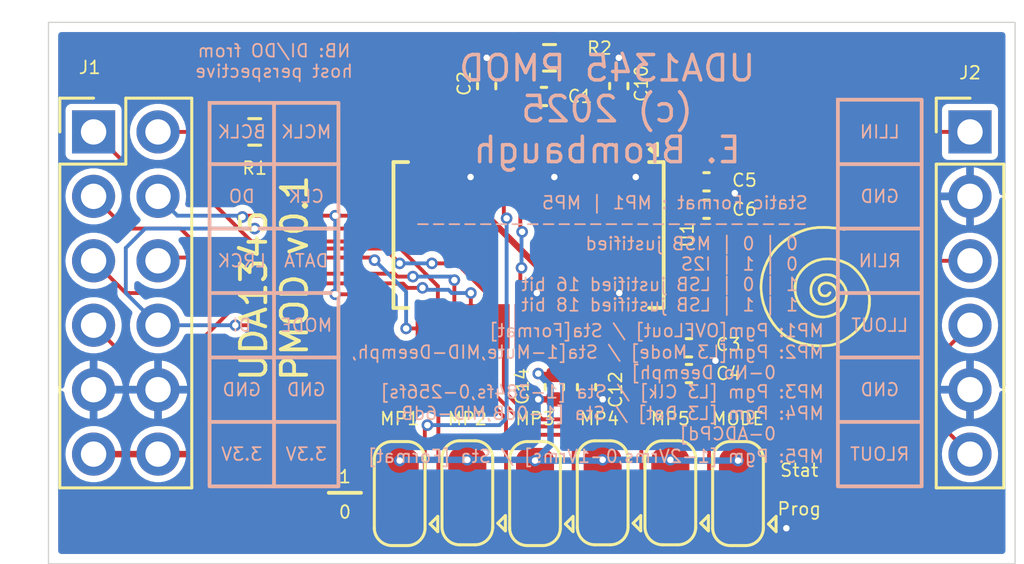
<source format=kicad_pcb>
(kicad_pcb (version 20240108) (generator "pcbnew") (generator_version "8.0")
  (layers (0 "F.Cu" signal) (31 "B.Cu" signal) (34 "B.Paste" user) (35 "F.Paste" user) (36 "B.SilkS" user "B.Silkscreen") (37 "F.SilkS" user "F.Silkscreen") (38 "B.Mask" user) (39 "F.Mask" user) (44 "Edge.Cuts" user))
  (net 0 "")
  (net 1 "GND")
  (net 2 "Net-(U1-VADCP)")
  (net 3 "+3V3")
  (net 4 "/I2S_BCLK")
  (net 5 "/I2S_MCLK")
  (net 6 "/I2S_DO")
  (net 7 "Net-(U1-Vref(D))")
  (net 8 "/I2S_LRCK")
  (net 9 "Net-(U1-Vref(A))")
  (net 10 "/I2S_DI")
  (net 11 "/MP3")
  (net 12 "/MP2")
  (net 13 "/MP4")
  (net 14 "/RLOUT")
  (net 15 "/RLIN")
  (net 16 "/LLIN")
  (net 17 "/LLOUT")
  (net 18 "/MODE")
  (net 19 "/MP1")
  (net 20 "/MP5")
  (net 21 "Net-(U1-SYSCLK)")
  (footprint "Jumper:SolderJumper-3_P1.3mm_Open_RoundedPad1.0x1.5mm" (layer "F.Cu") (at 128.778 120.172 90)
    (property "Reference" "JP1" (hide yes))
    (property "Value" "MODE")
  )
  (footprint "Capacitor_SMD:C_0402_1005Metric" (layer "F.Cu") (at 124.079 104.112 90)
    (property "Reference" "C10")
    (property "Value" "4.7uf")
  )
  (footprint "Capacitor_SMD:C_0402_1005Metric" (layer "F.Cu") (at 126.845 114.427)
    (property "Reference" "C3")
    (property "Value" "0.1uf")
  )
  (footprint "Capacitor_SMD:C_0402_1005Metric" (layer "F.Cu") (at 127.536 108.966)
    (property "Reference" "C6")
    (property "Value" "0.1uf")
  )
  (footprint "Capacitor_SMD:C_0402_1005Metric" (layer "F.Cu") (at 121.13 104.521 180)
    (property "Reference" "C1")
    (property "Value" "0.1uf")
  )
  (footprint "Jumper:SolderJumper-3_P1.3mm_Open_RoundedPad1.0x1.5mm" (layer "F.Cu") (at 120.777 120.172 90)
    (property "Reference" "JP4" (hide yes))
    (property "Value" "MP3")
  )
  (footprint "Capacitor_SMD:C_0402_1005Metric" (layer "F.Cu") (at 122.809 115.979 -90)
    (property "Reference" "C12")
    (property "Value" "4.7uf")
  )
  (footprint "Connector_PinHeader_2.54mm:PinHeader_1x06_P2.54mm_Vertical" (layer "F.Cu") (at 137.922 105.918)
    (property "Reference" "J2")
    (property "Value" "Audio")
  )
  (footprint "Capacitor_SMD:C_0402_1005Metric" (layer "F.Cu") (at 121.539 115.979 -90)
    (property "Reference" "C14")
    (property "Value" "4.7uf")
  )
  (footprint "Capacitor_SMD:C_0402_1005Metric" (layer "F.Cu") (at 126.845 115.443)
    (property "Reference" "C4")
    (property "Value" "4.7uf")
  )
  (footprint "Capacitor_SMD:C_0402_1005Metric" (layer "F.Cu") (at 127.536 107.885)
    (property "Reference" "C5")
    (property "Value" "4.7uf")
  )
  (footprint "Resistor_SMD:R_0603_1608Metric" (layer "F.Cu") (at 109.728 105.918 180)
    (property "Reference" "R1")
    (property "Value" "47")
  )
  (footprint "Connector_PinHeader_2.54mm:PinHeader_2x06_P2.54mm_Vertical" (layer "F.Cu") (at 103.378 105.918)
    (property "Reference" "J1")
    (property "Value" "CONN_02X06")
  )
  (footprint "EMEB:avatar_small" (layer "F.Cu") (at 132.792172 112.965757)
    (property "Reference" "Ref**" (hide yes))
    (property "Value" "Val**" (hide yes))
  )
  (footprint "Capacitor_SMD:C_0402_1005Metric" (layer "F.Cu") (at 118.872 104.112 90)
    (property "Reference" "C2")
    (property "Value" "4.7uf")
  )
  (footprint "Jumper:SolderJumper-3_P1.3mm_Open_RoundedPad1.0x1.5mm" (layer "F.Cu") (at 123.444 120.142 90)
    (property "Reference" "JP5" (hide yes))
    (property "Value" "MP4")
  )
  (footprint "Jumper:SolderJumper-3_P1.3mm_Open_RoundedPad1.0x1.5mm" (layer "F.Cu") (at 118.11 120.142 90)
    (property "Reference" "JP3" (hide yes))
    (property "Value" "MP2")
  )
  (footprint "Jumper:SolderJumper-3_P1.3mm_Open_RoundedPad1.0x1.5mm" (layer "F.Cu") (at 126.111 120.142 90)
    (property "Reference" "JP6" (hide yes))
    (property "Value" "MP5")
  )
  (footprint "Resistor_SMD:R_0603_1608Metric" (layer "F.Cu") (at 121.349 102.997 180)
    (property "Reference" "R2")
    (property "Value" "10")
  )
  (footprint "Jumper:SolderJumper-3_P1.3mm_Open_RoundedPad1.0x1.5mm" (layer "F.Cu") (at 115.443 120.172 90)
    (property "Reference" "JP2" (hide yes))
    (property "Value" "MP1")
  )
  (footprint "Package_SO:SSOP-28_5.3x10.2mm_P0.65mm" (layer "F.Cu") (at 120.523 109.982 -90)
    (property "Reference" "U1")
    (property "Value" "UDA1345")
  )
  (gr_line (start 113.03 117.348) (end 107.95 117.348) (stroke (width 0.15)) (layer "B.SilkS"))
  (gr_rect (start 107.95 104.775) (end 113.03 119.888) (stroke (width 0.15)) (fill none) (layer "B.SilkS"))
  (gr_line (start 110.49 104.775) (end 110.49 119.888) (stroke (width 0.15)) (layer "B.SilkS"))
  (gr_line (start 136.017 112.268) (end 132.715 112.268) (stroke (width 0.15)) (layer "B.SilkS"))
  (gr_line (start 113.03 112.268) (end 107.95 112.268) (stroke (width 0.15)) (layer "B.SilkS"))
  (gr_line (start 136.017 117.348) (end 132.715 117.348) (stroke (width 0.15)) (layer "B.SilkS"))
  (gr_line (start 113.03 109.728) (end 107.95 109.728) (stroke (width 0.15)) (layer "B.SilkS"))
  (gr_line (start 113.03 107.188) (end 107.95 107.188) (stroke (width 0.15)) (layer "B.SilkS"))
  (gr_line (start 135.9662 109.728) (end 132.715 109.728) (stroke (width 0.15)) (layer "B.SilkS"))
  (gr_rect (start 132.715 104.648) (end 136.017 119.888) (stroke (width 0.15)) (fill none) (layer "B.SilkS"))
  (gr_line (start 113.03 114.808) (end 107.95 114.808) (stroke (width 0.15)) (layer "B.SilkS"))
  (gr_line (start 136.017 107.188) (end 132.715 107.188) (stroke (width 0.15)) (layer "B.SilkS"))
  (gr_line (start 136.017 114.808) (end 132.715 114.808) (stroke (width 0.15)) (layer "B.SilkS"))
  (gr_line (start 112.649 120.142) (end 113.919 120.142) (stroke (width 0.15)) (layer "F.SilkS"))
  (gr_rect (start 101.6 101.6) (end 139.7 122.936) (stroke (width 0.05)) (fill none) (layer "Edge.Cuts"))
  (gr_text "GND" (at 134.366 108.458 0) (layer "B.SilkS") (effects (font (size 0.5 0.5) (thickness 0.07)) (justify mirror)))
  (gr_text "RLOUT" (at 134.366 118.618 0) (layer "B.SilkS") (effects (font (size 0.5 0.5) (thickness 0.07)) (justify mirror)))
  (gr_text "GND" (at 111.76 116.078 0) (layer "B.SilkS") (effects (font (size 0.5 0.5) (thickness 0.07)) (justify mirror)))
  (gr_text "MP1: Pgm[OVFLout] / Sta[Format]" (at 132.207 114.046 0) (layer "B.SilkS") (effects (font (size 0.5 0.5) (thickness 0.07)) (justify left bottom mirror)))
  (gr_text "Static Format : MP1 | MP5\n-------------------------\n 0 | 0 | MSB justified\n 0 | 1 | I2S\n 1 | 0 | LSB justified 16 bit\n 1 | 1 | LSB justified 18 bit\n" (at 131.572 113.03 0) (layer "B.SilkS") (effects (font (size 0.5 0.5) (thickness 0.07)) (justify left bottom mirror)))
  (gr_text "MP5: Pgm [1-2Vrms,0-1Vrms] / Sta [Format]" (at 132.207 118.999 0) (layer "B.SilkS") (effects (font (size 0.5 0.5) (thickness 0.07)) (justify left bottom mirror)))
  (gr_text "MODE" (at 111.76 113.538 0) (layer "B.SilkS") (effects (font (size 0.5 0.5) (thickness 0.07)) (justify mirror)))
  (gr_text "BCLK" (at 109.22 105.918 0) (layer "B.SilkS") (effects (font (size 0.5 0.5) (thickness 0.07)) (justify mirror)))
  (gr_text "3.3V" (at 109.22 118.618 0) (layer "B.SilkS") (effects (font (size 0.5 0.5) (thickness 0.07)) (justify mirror)))
  (gr_text "DATA" (at 111.76 110.998 0) (layer "B.SilkS") (effects (font (size 0.5 0.5) (thickness 0.07)) (justify mirror)))
  (gr_text "GND" (at 134.366 116.078 0) (layer "B.SilkS") (effects (font (size 0.5 0.5) (thickness 0.07)) (justify mirror)))
  (gr_text "RLIN" (at 134.366 110.998 0) (layer "B.SilkS") (effects (font (size 0.5 0.5) (thickness 0.07)) (justify mirror)))
  (gr_text "MCLK" (at 111.76 105.918 0) (layer "B.SilkS") (effects (font (size 0.5 0.5) (thickness 0.07)) (justify mirror)))
  (gr_text "UDA1345 PMOD\n(c) 2025\nE. Brombaugh" (at 123.619 105.022 0) (layer "B.SilkS") (effects (font (size 0.999998 0.999998) (thickness 0.1397)) (justify mirror)))
  (gr_text "LLOUT" (at 134.366 113.538 0) (layer "B.SilkS") (effects (font (size 0.5 0.5) (thickness 0.07)) (justify mirror)))
  (gr_text "MP2: Pgm[L3 Mode] / Sta[1-Mute,MID-Deemph,\n	0-No Deemph]" (at 132.207 115.697 0) (layer "B.SilkS") (effects (font (size 0.5 0.5) (thickness 0.07)) (justify left bottom mirror)))
  (gr_text "DO" (at 109.22 108.458 0) (layer "B.SilkS") (effects (font (size 0.5 0.5) (thickness 0.07)) (justify mirror)))
  (gr_text "3.3V" (at 111.76 118.618 0) (layer "B.SilkS") (effects (font (size 0.5 0.5) (thickness 0.07)) (justify mirror)))
  (gr_text "NB: DI/DO from\nhost perspective" (at 110.49 103.124 0) (layer "B.SilkS") (effects (font (size 0.5 0.5) (thickness 0.07)) (justify mirror)))
  (gr_text "DI" (at 109.22 113.538 0) (layer "B.SilkS") (effects (font (size 0.5 0.5) (thickness 0.07)) (justify mirror)))
  (gr_text "GND" (at 109.22 116.078 0) (layer "B.SilkS") (effects (font (size 0.5 0.5) (thickness 0.07)) (justify mirror)))
  (gr_text "CLK" (at 111.76 108.458 0) (layer "B.SilkS") (effects (font (size 0.5 0.5) (thickness 0.07)) (justify mirror)))
  (gr_text "MP4: Pgm [L3 Dat] / Sta [1-0dB,MID-6dB,\n	0-ADCPd]" (at 132.207 118.11 0) (layer "B.SilkS") (effects (font (size 0.5 0.5) (thickness 0.07)) (justify left bottom mirror)))
  (gr_text "LRCK" (at 109.22 110.998 0) (layer "B.SilkS") (effects (font (size 0.5 0.5) (thickness 0.07)) (justify mirror)))
  (gr_text "MP3: Pgm [L3 Clk] / Sta [1-384fs,0-256fs]" (at 132.207 116.459 0) (layer "B.SilkS") (effects (font (size 0.5 0.5) (thickness 0.07)) (justify left bottom mirror)))
  (gr_text "LLIN" (at 134.366 105.918 0) (layer "B.SilkS") (effects (font (size 0.5 0.5) (thickness 0.07)) (justify mirror)))
  (gr_text "Prog\n" (at 131.191 120.777 0) (layer "F.SilkS") (effects (font (size 0.5 0.5) (thickness 0.07))))
  (gr_text "1" (at 113.284 119.507 0) (layer "F.SilkS") (effects (font (size 0.5 0.5) (thickness 0.07))))
  (gr_text "0" (at 113.284 120.904 0) (layer "F.SilkS") (effects (font (size 0.5 0.5) (thickness 0.07))))
  (gr_text "Stat" (at 131.191 119.253 0) (layer "F.SilkS") (effects (font (size 0.5 0.5) (thickness 0.07))))
  (gr_text "UDA1345\nPMOD v0.1" (at 111.887 115.824 90) (layer "F.SilkS") (effects (font (size 1 1)) (justify left bottom)))
  (segment (start 120.777 121.472) (end 123.414 121.472) (width 0.254) (layer "F.Cu") (net 1))
  (segment (start 120.747 121.442) (end 120.777 121.472) (width 0.254) (layer "F.Cu") (net 1))
  (segment (start 126.111 121.442) (end 128.748 121.442) (width 0.254) (layer "F.Cu") (net 1))
  (segment (start 121.498 107.655) (end 121.498 106.382) (width 0.254) (layer "F.Cu") (net 1))
  (segment (start 128.016 108.966) (end 128.651 108.331) (width 0.254) (layer "F.Cu") (net 1))
  (segment (start 123.444 121.442) (end 126.111 121.442) (width 0.254) (layer "F.Cu") (net 1))
  (segment (start 127.381 115.443) (end 127.889 114.935) (width 0.254) (layer "F.Cu") (net 1))
  (segment (start 124.714 106.426) (end 124.748 106.46) (width 0.254) (layer "F.Cu") (net 1))
  (segment (start 118.237 107.696) (end 118.248 107.685) (width 0.254) (layer "F.Cu") (net 1))
  (segment (start 118.248 107.685) (end 118.248 106.382) (width 0.254) (layer "F.Cu") (net 1))
  (segment (start 123.414 121.472) (end 123.444 121.442) (width 0.254) (layer "F.Cu") (net 1))
  (segment (start 124.098 112.268) (end 124.098 113.582) (width 0.254) (layer "F.Cu") (net 1))
  (segment (start 127.325 114.427) (end 127.381 114.427) (width 0.254) (layer "F.Cu") (net 1))
  (segment (start 122.809 116.459) (end 123.444 116.459) (width 0.254) (layer "F.Cu") (net 1))
  (segment (start 115.443 121.472) (end 118.08 121.472) (width 0.254) (layer "F.Cu") (net 1))
  (segment (start 121.539 107.696) (end 121.498 107.655) (width 0.254) (layer "F.Cu") (net 1))
  (segment (start 124.079 103.632) (end 124.079 102.997) (width 0.254) (layer "F.Cu") (net 1))
  (segment (start 121.498 106.382) (end 121.498 104.633) (width 0.254) (layer "F.Cu") (net 1))
  (segment (start 127.325 115.443) (end 127.381 115.443) (width 0.254) (layer "F.Cu") (net 1))
  (segment (start 118.08 121.472) (end 118.11 121.442) (width 0.254) (layer "F.Cu") (net 1))
  (segment (start 118.872 103.632) (end 118.872 102.997) (width 0.254) (layer "F.Cu") (net 1))
  (segment (start 118.11 121.442) (end 120.747 121.442) (width 0.254) (layer "F.Cu") (net 1))
  (segment (start 128.016 107.885) (end 128.205 107.885) (width 0.254) (layer "F.Cu") (net 1))
  (segment (start 128.778 121.472) (end 130.616 121.472) (width 0.254) (layer "F.Cu") (net 1))
  (segment (start 128.205 107.885) (end 128.651 108.331) (width 0.254) (layer "F.Cu") (net 1))
  (segment (start 124.748 106.46) (end 124.748 107.696) (width 0.254) (layer "F.Cu") (net 1))
  (segment (start 121.498 104.633) (end 121.61 104.521) (width 0.254) (layer "F.Cu") (net 1))
  (segment (start 120.848 112.268) (end 120.848 113.582) (width 0.254) (layer "F.Cu") (net 1))
  (segment (start 128.748 121.442) (end 128.778 121.472) (width 0.254) (layer "F.Cu") (net 1))
  (segment (start 124.748 106.382) (end 124.748 107.696) (width 0.254) (layer "F.Cu") (net 1))
  (segment (start 121.539 116.459) (end 120.904 116.459) (width 0.254) (layer "F.Cu") (net 1))
  (segment (start 127.381 114.427) (end 127.889 114.935) (width 0.254) (layer "F.Cu") (net 1))
  (segment (start 130.616 121.472) (end 130.683 121.539) (width 0.254) (layer "F.Cu") (net 1))
  (via (at 124.098 112.268) (size 0.4572) (drill 0.254) (layers "F.Cu" "B.Cu") (net 1))
  (via (at 120.904 116.459) (size 0.4572) (drill 0.254) (layers "F.Cu" "B.Cu") (net 1))
  (via (at 128.651 108.331) (size 0.4572) (drill 0.254) (layers "F.Cu" "B.Cu") (net 1))
  (via (at 120.848 112.268) (size 0.4572) (drill 0.254) (layers "F.Cu" "B.Cu") (net 1))
  (via (at 118.237 107.696) (size 0.4572) (drill 0.254) (layers "F.Cu" "B.Cu") (net 1))
  (via (at 124.079 102.997) (size 0.4572) (drill 0.254) (layers "F.Cu" "B.Cu") (net 1))
  (via (at 123.444 116.459) (size 0.4572) (drill 0.254) (layers "F.Cu" "B.Cu") (net 1))
  (via (at 127.889 114.935) (size 0.4572) (drill 0.254) (layers "F.Cu" "B.Cu") (net 1))
  (via (at 130.683 121.539) (size 0.4572) (drill 0.254) (layers "F.Cu" "B.Cu") (net 1))
  (via (at 118.872 102.997) (size 0.4572) (drill 0.254) (layers "F.Cu" "B.Cu") (net 1))
  (via (at 124.748 107.696) (size 0.4572) (drill 0.254) (layers "F.Cu" "B.Cu") (net 1))
  (via (at 121.539 107.696) (size 0.4572) (drill 0.254) (layers "F.Cu" "B.Cu") (net 1))
  (segment (start 120.524 102.997) (end 120.524 104.395) (width 0.1524) (layer "F.Cu") (net 2))
  (segment (start 120.524 104.395) (end 120.65 104.521) (width 0.1524) (layer "F.Cu") (net 2))
  (segment (start 120.848 106.382) (end 120.848 104.719) (width 0.1524) (layer "F.Cu") (net 2))
  (segment (start 120.848 104.719) (end 120.65 104.521) (width 0.1524) (layer "F.Cu") (net 2))
  (segment (start 121.498 113.582) (end 121.498 111.846) (width 0.254) (layer "F.Cu") (net 3))
  (segment (start 118.872 104.592) (end 119.761 103.703) (width 0.254) (layer "F.Cu") (net 3))
  (segment (start 121.539 102.108) (end 122.174 102.743) (width 0.254) (layer "F.Cu") (net 3))
  (segment (start 121.498 115.458) (end 121.539 115.499) (width 0.254) (layer "F.Cu") (net 3))
  (segment (start 122.191 111.846) (end 121.498 111.846) (width 0.254) (layer "F.Cu") (net 3))
  (segment (start 103.378 118.618) (end 105.918 118.618) (width 0.254) (layer "F.Cu") (net 3))
  (segment (start 119.761 103.703) (end 119.761 102.489) (width 0.254) (layer "F.Cu") (net 3))
  (segment (start 123.769 104.592) (end 122.174 102.997) (width 0.254) (layer "F.Cu") (net 3))
  (segment (start 121.498 111.846) (end 118.898 109.246) (width 0.254) (layer "F.Cu") (net 3))
  (segment (start 124.098 106.382) (end 124.098 104.611) (width 0.254) (layer "F.Cu") (net 3))
  (segment (start 121.539 115.499) (end 120.96 115.499) (width 0.254) (layer "F.Cu") (net 3))
  (segment (start 124.079 104.592) (end 123.769 104.592) (width 0.254) (layer "F.Cu") (net 3))
  (segment (start 120.142 102.108) (end 121.539 102.108) (width 0.254) (layer "F.Cu") (net 3))
  (segment (start 118.898 104.618) (end 118.872 104.592) (width 0.254) (layer "F.Cu") (net 3))
  (segment (start 118.898 109.246) (end 118.898 106.382) (width 0.254) (layer "F.Cu") (net 3))
  (segment (start 115.189 118.618) (end 115.443 118.872) (width 0.254) (layer "F.Cu") (net 3))
  (segment (start 124.098 104.611) (end 124.079 104.592) (width 0.254) (layer "F.Cu") (net 3))
  (segment (start 122.798 112.453) (end 122.191 111.846) (width 0.254) (layer "F.Cu") (net 3))
  (segment (start 119.761 102.489) (end 120.142 102.108) (width 0.254) (layer "F.Cu") (net 3))
  (segment (start 122.174 102.743) (end 122.174 102.997) (width 0.254) (layer "F.Cu") (net 3))
  (segment (start 122.798 115.488) (end 122.809 115.499) (width 0.254) (layer "F.Cu") (net 3))
  (segment (start 118.898 106.382) (end 118.898 104.618) (width 0.254) (layer "F.Cu") (net 3))
  (segment (start 122.798 113.582) (end 122.798 112.453) (width 0.254) (layer "F.Cu") (net 3))
  (segment (start 122.798 113.582) (end 122.798 115.488) (width 0.254) (layer "F.Cu") (net 3))
  (segment (start 120.96 115.499) (end 120.904 115.443) (width 0.254) (layer "F.Cu") (net 3))
  (segment (start 105.918 118.618) (end 115.189 118.618) (width 0.254) (layer "F.Cu") (net 3))
  (segment (start 121.498 113.582) (end 121.498 115.458) (width 0.254) (layer "F.Cu") (net 3))
  (via (at 123.444 118.842) (size 0.4572) (drill 0.254) (layers "F.Cu" "B.Cu") (net 3))
  (via (at 126.111 118.842) (size 0.4572) (drill 0.254) (layers "F.Cu" "B.Cu") (net 3))
  (via (at 120.904 115.443) (size 0.4572) (drill 0.254) (layers "F.Cu" "B.Cu") (net 3))
  (via (at 115.443 118.872) (size 0.4572) (drill 0.254) (layers "F.Cu" "B.Cu") (net 3))
  (via (at 118.11 118.842) (size 0.4572) (drill 0.254) (layers "F.Cu" "B.Cu") (net 3))
  (via (at 120.777 118.872) (size 0.4572) (drill 0.254) (layers "F.Cu" "B.Cu") (net 3))
  (via (at 128.778 118.872) (size 0.4572) (drill 0.254) (layers "F.Cu" "B.Cu") (net 3))
  (segment (start 120.62 118.842) (end 118.11 118.842) (width 0.254) (layer "B.Cu") (net 3))
  (segment (start 120.904 115.443) (end 121.3866 115.9256) (width 0.254) (layer "B.Cu") (net 3))
  (segment (start 115.473 118.842) (end 115.443 118.872) (width 0.254) (layer "B.Cu") (net 3))
  (segment (start 120.65 118.872) (end 120.62 118.842) (width 0.254) (layer "B.Cu") (net 3))
  (segment (start 123.414 118.872) (end 123.444 118.842) (width 0.254) (layer "B.Cu") (net 3))
  (segment (start 120.777 118.872) (end 123.414 118.872) (width 0.254) (layer "B.Cu") (net 3))
  (segment (start 118.11 118.842) (end 115.473 118.842) (width 0.254) (layer "B.Cu") (net 3))
  (segment (start 126.208 118.842) (end 126.238 118.872) (width 0.254) (layer "B.Cu") (net 3))
  (segment (start 126.238 118.872) (end 128.778 118.872) (width 0.254) (layer "B.Cu") (net 3))
  (segment (start 121.3866 118.2624) (end 120.777 118.872) (width 0.254) (layer "B.Cu") (net 3))
  (segment (start 120.777 118.872) (end 120.65 118.872) (width 0.254) (layer "B.Cu") (net 3))
  (segment (start 123.444 118.842) (end 126.111 118.842) (width 0.254) (layer "B.Cu") (net 3))
  (segment (start 121.3866 115.9256) (end 121.3866 118.2624) (width 0.254) (layer "B.Cu") (net 3))
  (segment (start 126.111 118.842) (end 126.208 118.842) (width 0.254) (layer "B.Cu") (net 3))
  (segment (start 116.948 111.995) (end 115.189 110.236) (width 0.1524) (layer "F.Cu") (net 4))
  (segment (start 104.648 107.188) (end 103.378 105.918) (width 0.1524) (layer "F.Cu") (net 4))
  (segment (start 109.601 110.236) (end 106.553 107.188) (width 0.1524) (layer "F.Cu") (net 4))
  (segment (start 106.553 107.188) (end 104.648 107.188) (width 0.1524) (layer "F.Cu") (net 4))
  (segment (start 115.189 110.236) (end 109.601 110.236) (width 0.1524) (layer "F.Cu") (net 4))
  (segment (start 116.948 113.582) (end 116.948 111.995) (width 0.1524) (layer "F.Cu") (net 4))
  (segment (start 108.903 105.918) (end 105.918 105.918) (width 0.1524) (layer "F.Cu") (net 5))
  (segment (start 105.918 105.918) (end 106.4768 105.918) (width 0.1524) (layer "F.Cu") (net 5))
  (segment (start 114.857742 110.5154) (end 107.5944 110.5154) (width 0.1524) (layer "F.Cu") (net 6))
  (segment (start 107.5944 110.5154) (end 106.807 109.728) (width 0.1524) (layer "F.Cu") (net 6))
  (segment (start 118.898 112.307342) (end 118.898 113.582) (width 0.1524) (layer "F.Cu") (net 6))
  (segment (start 104.648 109.728) (end 103.378 108.458) (width 0.1524) (layer "F.Cu") (net 6))
  (segment (start 115.442468 111.100126) (end 114.857742 110.5154) (width 0.1524) (layer "F.Cu") (net 6))
  (segment (start 116.713 111.099594) (end 117.690252 111.099594) (width 0.1524) (layer "F.Cu") (net 6))
  (segment (start 106.807 109.728) (end 104.648 109.728) (width 0.1524) (layer "F.Cu") (net 6))
  (segment (start 117.690252 111.099594) (end 118.898 112.307342) (width 0.1524) (layer "F.Cu") (net 6))
  (via (at 116.713 111.099594) (size 0.4572) (drill 0.254) (layers "F.Cu" "B.Cu") (net 6))
  (via (at 115.442468 111.100126) (size 0.4572) (drill 0.254) (layers "F.Cu" "B.Cu") (net 6))
  (segment (start 116.713 111.099594) (end 115.443 111.099594) (width 0.1524) (layer "B.Cu") (net 6))
  (segment (start 115.443 111.099594) (end 115.442468 111.100126) (width 0.1524) (layer "B.Cu") (net 6))
  (segment (start 126.365 114.427) (end 125.984 114.427) (width 0.1524) (layer "F.Cu") (net 7))
  (segment (start 125.984 114.427) (end 125.139 113.582) (width 0.1524) (layer "F.Cu") (net 7))
  (segment (start 125.139 113.582) (end 124.748 113.582) (width 0.1524) (layer "F.Cu") (net 7))
  (segment (start 126.365 115.443) (end 126.365 114.427) (width 0.1524) (layer "F.Cu") (net 7))
  (segment (start 115.352513 111.620829) (end 115.237684 111.506) (width 0.1524) (layer "F.Cu") (net 8))
  (segment (start 107.696 111.506) (end 106.934 112.268) (width 0.1524) (layer "F.Cu") (net 8))
  (segment (start 106.934 112.268) (end 104.648 112.268) (width 0.1524) (layer "F.Cu") (net 8))
  (segment (start 115.237684 111.506) (end 107.696 111.506) (width 0.1524) (layer "F.Cu") (net 8))
  (segment (start 117.598 111.76) (end 117.598 113.582) (width 0.1524) (layer "F.Cu") (net 8))
  (segment (start 104.648 112.268) (end 103.378 110.998) (width 0.1524) (layer "F.Cu") (net 8))
  (segment (start 115.963171 111.620829) (end 115.352513 111.620829) (width 0.1524) (layer "F.Cu") (net 8))
  (via (at 117.598 111.76) (size 0.4572) (drill 0.254) (layers "F.Cu" "B.Cu") (net 8))
  (via (at 115.963171 111.620829) (size 0.4572) (drill 0.254) (layers "F.Cu" "B.Cu") (net 8))
  (segment (start 117.458829 111.620829) (end 117.598 111.76) (width 0.1524) (layer "B.Cu") (net 8))
  (segment (start 115.963171 111.620829) (end 117.458829 111.620829) (width 0.1524) (layer "B.Cu") (net 8))
  (segment (start 127.056 108.966) (end 127.056 107.885) (width 0.1524) (layer "F.Cu") (net 9))
  (segment (start 126.9036 109.1184) (end 127.056 108.966) (width 0.1524) (layer "F.Cu") (net 9))
  (segment (start 124.471268 109.1184) (end 126.9036 109.1184) (width 0.1524) (layer "F.Cu") (net 9))
  (segment (start 122.798 107.445132) (end 124.471268 109.1184) (width 0.1524) (layer "F.Cu") (net 9))
  (segment (start 122.798 106.382) (end 122.798 107.445132) (width 0.1524) (layer "F.Cu") (net 9))
  (segment (start 115.236782 111.900229) (end 115.223553 111.887) (width 0.1524) (layer "F.Cu") (net 10))
  (segment (start 106.934 114.808) (end 104.648 114.808) (width 0.1524) (layer "F.Cu") (net 10))
  (segment (start 118.248 112.268) (end 118.248 113.582) (width 0.1524) (layer "F.Cu") (net 10))
  (segment (start 115.223553 111.887) (end 109.855 111.887) (width 0.1524) (layer "F.Cu") (net 10))
  (segment (start 104.648 114.808) (end 103.378 113.538) (width 0.1524) (layer "F.Cu") (net 10))
  (segment (start 115.748041 112.065041) (end 115.583229 111.900229) (width 0.1524) (layer "F.Cu") (net 10))
  (segment (start 115.583229 111.900229) (end 115.236782 111.900229) (width 0.1524) (layer "F.Cu") (net 10))
  (segment (start 116.342602 112.065041) (end 115.748041 112.065041) (width 0.1524) (layer "F.Cu") (net 10))
  (segment (start 109.855 111.887) (end 106.934 114.808) (width 0.1524) (layer "F.Cu") (net 10))
  (via (at 118.248 112.268) (size 0.4572) (drill 0.254) (layers "F.Cu" "B.Cu") (net 10))
  (via (at 116.342602 112.065041) (size 0.4572) (drill 0.254) (layers "F.Cu" "B.Cu") (net 10))
  (segment (start 116.418561 112.141) (end 117.368342 112.141) (width 0.1524) (layer "B.Cu") (net 10))
  (segment (start 117.495342 112.268) (end 118.248 112.268) (width 0.1524) (layer "B.Cu") (net 10))
  (segment (start 117.368342 112.141) (end 117.495342 112.268) (width 0.1524) (layer "B.Cu") (net 10))
  (segment (start 116.342602 112.065041) (end 116.418561 112.141) (width 0.1524) (layer "B.Cu") (net 10))
  (segment (start 109.2962 109.22) (end 114.427 109.22) (width 0.1524) (layer "F.Cu") (net 11))
  (segment (start 119.634 119.9314) (end 119.8746 120.172) (width 0.1524) (layer "F.Cu") (net 11))
  (segment (start 112.903 112.3188) (end 113.574668 112.3188) (width 0.1524) (layer "F.Cu") (net 11))
  (segment (start 109.245929 109.270271) (end 109.2962 109.22) (width 0.1524) (layer "F.Cu") (net 11))
  (segment (start 119.8746 120.172) (end 120.777 120.172) (width 0.1524) (layer "F.Cu") (net 11))
  (segment (start 119.634 117.221) (end 119.634 119.9314) (width 0.1524) (layer "F.Cu") (net 11))
  (segment (start 116.470268 115.2144) (end 117.6274 115.2144) (width 0.1524) (layer "F.Cu") (net 11))
  (segment (start 116.298 107.349) (end 116.298 106.382) (width 0.1524) (layer "F.Cu") (net 11))
  (segment (start 117.6274 115.2144) (end 119.634 117.221) (width 0.1524) (layer "F.Cu") (net 11))
  (segment (start 113.574668 112.3188) (end 116.470268 115.2144) (width 0.1524) (layer "F.Cu") (net 11))
  (segment (start 114.427 109.22) (end 116.298 107.349) (width 0.1524) (layer "F.Cu") (net 11))
  (via (at 112.903 112.3188) (size 0.4572) (drill 0.254) (layers "F.Cu" "B.Cu") (net 11))
  (via (at 109.245929 109.270271) (size 0.4572) (drill 0.254) (layers "F.Cu" "B.Cu") (net 11))
  (via (at 112.903 109.22) (size 0.4572) (drill 0.254) (layers "F.Cu" "B.Cu") (net 11))
  (segment (start 109.245929 109.270271) (end 109.195658 109.22) (width 0.1524) (layer "B.Cu") (net 11))
  (segment (start 112.903 112.3188) (end 112.903 109.22) (width 0.1524) (layer "B.Cu") (net 11))
  (segment (start 106.68 109.22) (end 105.918 108.458) (width 0.1524) (layer "B.Cu") (net 11))
  (segment (start 109.195658 109.22) (end 106.68 109.22) (width 0.1524) (layer "B.Cu") (net 11))
  (segment (start 116.948 107.4094) (end 116.948 106.382) (width 0.1524) (layer "F.Cu") (net 12))
  (segment (start 114.6294 109.728) (end 116.948 107.4094) (width 0.1524) (layer "F.Cu") (net 12))
  (segment (start 114.3 113.538) (end 116.967 116.205) (width 0.1524) (layer "F.Cu") (net 12))
  (segment (start 117.2076 120.142) (end 118.11 120.142) (width 0.1524) (layer "F.Cu") (net 12))
  (segment (start 116.967 119.9014) (end 117.2076 120.142) (width 0.1524) (layer "F.Cu") (net 12))
  (segment (start 116.967 116.205) (end 116.967 119.9014) (width 0.1524) (layer "F.Cu") (net 12))
  (segment (start 108.966 113.538) (end 114.3 113.538) (width 0.1524) (layer "F.Cu") (net 12))
  (segment (start 109.728 109.728) (end 114.6294 109.728) (width 0.1524) (layer "F.Cu") (net 12))
  (via (at 108.966 113.538) (size 0.4572) (drill 0.254) (layers "F.Cu" "B.Cu") (net 12))
  (via (at 109.728 109.728) (size 0.4572) (drill 0.254) (layers "F.Cu" "B.Cu") (net 12))
  (segment (start 105.918 113.538) (end 108.966 113.538) (width 0.1524) (layer "B.Cu") (net 12))
  (segment (start 104.648 112.268) (end 105.918 113.538) (width 0.1524) (layer "B.Cu") (net 12))
  (segment (start 104.648 110.49) (end 104.648 112.268) (width 0.1524) (layer "B.Cu") (net 12))
  (segment (start 105.41 109.728) (end 104.648 110.49) (width 0.1524) (layer "B.Cu") (net 12))
  (segment (start 109.728 109.728) (end 105.41 109.728) (width 0.1524) (layer "B.Cu") (net 12))
  (segment (start 106.045 110.871) (end 105.918 110.998) (width 0.1524) (layer "F.Cu") (net 13))
  (segment (start 121.793 117.856) (end 120.777 117.856) (width 0.1524) (layer "F.Cu") (net 13))
  (segment (start 122.301 118.364) (end 121.793 117.856) (width 0.1524) (layer "F.Cu") (net 13))
  (segment (start 115.697 113.665) (end 116.215 113.665) (width 0.1524) (layer "F.Cu") (net 13))
  (segment (start 116.298 114.647) (end 116.298 113.582) (width 0.1524) (layer "F.Cu") (net 13))
  (segment (start 122.5416 120.142) (end 122.301 119.9014) (width 0.1524) (layer "F.Cu") (net 13))
  (segment (start 114.4524 110.9726) (end 114.3508 110.871) (width 0.1524) (layer "F.Cu") (net 13))
  (segment (start 117.856 114.935) (end 116.586 114.935) (width 0.1524) (layer "F.Cu") (net 13))
  (segment (start 114.3508 110.871) (end 106.045 110.871) (width 0.1524) (layer "F.Cu") (net 13))
  (segment (start 116.586 114.935) (end 116.298 114.647) (width 0.1524) (layer "F.Cu") (net 13))
  (segment (start 122.301 119.9014) (end 122.301 118.364) (width 0.1524) (layer "F.Cu") (net 13))
  (segment (start 116.215 113.665) (end 116.298 113.582) (width 0.1524) (layer "F.Cu") (net 13))
  (segment (start 120.777 117.856) (end 117.856 114.935) (width 0.1524) (layer "F.Cu") (net 13))
  (segment (start 123.444 120.142) (end 122.5416 120.142) (width 0.1524) (layer "F.Cu") (net 13))
  (via (at 114.4524 110.9726) (size 0.4572) (drill 0.254) (layers "F.Cu" "B.Cu") (net 13))
  (via (at 115.697 113.665) (size 0.4572) (drill 0.254) (layers "F.Cu" "B.Cu") (net 13))
  (segment (start 115.697 112.2172) (end 115.697 113.665) (width 0.1524) (layer "B.Cu") (net 13))
  (segment (start 114.4524 110.9726) (end 115.697 112.2172) (width 0.1524) (layer "B.Cu") (net 13))
  (segment (start 122.148 113.582) (end 122.148 116.687) (width 0.1524) (layer "F.Cu") (net 14))
  (segment (start 122.148 116.687) (end 122.428 116.967) (width 0.1524) (layer "F.Cu") (net 14))
  (segment (start 122.428 116.967) (end 136.271 116.967) (width 0.1524) (layer "F.Cu") (net 14))
  (segment (start 136.271 116.967) (end 137.922 118.618) (width 0.1524) (layer "F.Cu") (net 14))
  (segment (start 125.7366 110.998) (end 137.922 110.998) (width 0.1524) (layer "F.Cu") (net 15))
  (segment (start 122.148 107.4094) (end 125.7366 110.998) (width 0.1524) (layer "F.Cu") (net 15))
  (segment (start 122.148 106.382) (end 122.148 107.4094) (width 0.1524) (layer "F.Cu") (net 15))
  (segment (start 137.922 105.918) (end 127.508 105.918) (width 0.1524) (layer "F.Cu") (net 16))
  (segment (start 123.448 107.446) (end 123.448 106.382) (width 0.1524) (layer "F.Cu") (net 16))
  (segment (start 125.222 108.204) (end 124.206 108.204) (width 0.1524) (layer "F.Cu") (net 16))
  (segment (start 124.206 108.204) (end 123.448 107.446) (width 0.1524) (layer "F.Cu") (net 16))
  (segment (start 127.508 105.918) (end 125.222 108.204) (width 0.1524) (layer "F.Cu") (net 16))
  (segment (start 123.448 113.582) (end 123.448 115.32) (width 0.1524) (layer "F.Cu") (net 17))
  (segment (start 124.206 116.078) (end 135.382 116.078) (width 0.1524) (layer "F.Cu") (net 17))
  (segment (start 123.448 115.32) (end 124.206 116.078) (width 0.1524) (layer "F.Cu") (net 17))
  (segment (start 135.382 116.078) (end 137.922 113.538) (width 0.1524) (layer "F.Cu") (net 17))
  (segment (start 120.198 111.323) (end 120.24525 111.27575) (width 0.1524) (layer "F.Cu") (net 18))
  (segment (start 127.635 119.9314) (end 127.635 118.364) (width 0.1524) (layer "F.Cu") (net 18))
  (segment (start 120.198 109.784) (end 120.198 106.382) (width 0.1524) (layer "F.Cu") (net 18))
  (segment (start 120.198 116.388) (end 120.198 113.582) (width 0.1524) (layer "F.Cu") (net 18))
  (segment (start 126.5174 117.2464) (end 121.0564 117.2464) (width 0.1524) (layer "F.Cu") (net 18))
  (segment (start 120.269 109.855) (end 120.198 109.784) (width 0.1524) (layer "F.Cu") (net 18))
  (segment (start 121.0564 117.2464) (end 120.198 116.388) (width 0.1524) (layer "F.Cu") (net 18))
  (segment (start 128.778 120.172) (end 127.8756 120.172) (width 0.1524) (layer "F.Cu") (net 18))
  (segment (start 120.198 113.582) (end 120.198 111.323) (width 0.1524) (layer "F.Cu") (net 18))
  (segment (start 127.8756 120.172) (end 127.635 119.9314) (width 0.1524) (layer "F.Cu") (net 18))
  (segment (start 127.635 118.364) (end 126.5174 117.2464) (width 0.1524) (layer "F.Cu") (net 18))
  (via (at 120.269 109.855) (size 0.4572) (drill 0.254) (layers "F.Cu" "B.Cu") (net 18))
  (via (at 120.24525 111.27575) (size 0.4572) (drill 0.254) (layers "F.Cu" "B.Cu") (net 18))
  (segment (start 120.24525 109.87875) (end 120.269 109.855) (width 0.1524) (layer "B.Cu") (net 18))
  (segment (start 120.24525 111.27575) (end 120.24525 109.87875) (width 0.1524) (layer "B.Cu") (net 18))
  (segment (start 119.548 109.2135) (end 119.65775 109.32325) (width 0.1524) (layer "F.Cu") (net 19))
  (segment (start 116.5352 117.475) (end 116.4336 117.5766) (width 0.1524) (layer "F.Cu") (net 19))
  (segment (start 116.3454 120.172) (end 115.443 120.172) (width 0.1524) (layer "F.Cu") (net 19))
  (segment (start 116.4336 120.0838) (end 116.3454 120.172) (width 0.1524) (layer "F.Cu") (net 19))
  (segment (start 116.4336 117.5766) (end 116.4336 120.0838) (width 0.1524) (layer "F.Cu") (net 19))
  (segment (start 119.548 106.382) (end 119.548 109.2135) (width 0.1524) (layer "F.Cu") (net 19))
  (via (at 116.5352 117.475) (size 0.4572) (drill 0.254) (layers "F.Cu" "B.Cu") (net 19))
  (via (at 119.65775 109.32325) (size 0.4572) (drill 0.254) (layers "F.Cu" "B.Cu") (net 19))
  (segment (start 119.38 117.475) (end 119.65775 117.19725) (width 0.1524) (layer "B.Cu") (net 19))
  (segment (start 116.5352 117.475) (end 119.38 117.475) (width 0.1524) (layer "B.Cu") (net 19))
  (segment (start 119.65775 117.19725) (end 119.65775 109.32325) (width 0.1524) (layer "B.Cu") (net 19))
  (segment (start 125.2086 120.142) (end 124.968 119.9014) (width 0.1524) (layer "F.Cu") (net 20))
  (segment (start 119.548 116.133132) (end 119.548 113.582) (width 0.1524) (layer "F.Cu") (net 20))
  (segment (start 124.968 118.237) (end 124.2568 117.5258) (width 0.1524) (layer "F.Cu") (net 20))
  (segment (start 124.968 119.9014) (end 124.968 118.237) (width 0.1524) (layer "F.Cu") (net 20))
  (segment (start 124.2568 117.5258) (end 120.940668 117.5258) (width 0.1524) (layer "F.Cu") (net 20))
  (segment (start 126.111 120.142) (end 125.2086 120.142) (width 0.1524) (layer "F.Cu") (net 20))
  (segment (start 120.940668 117.5258) (end 119.548 116.133132) (width 0.1524) (layer "F.Cu") (net 20))
  (segment (start 117.598 105.279) (end 117.348 105.029) (width 0.1524) (layer "F.Cu") (net 21))
  (segment (start 117.598 106.382) (end 117.598 105.279) (width 0.1524) (layer "F.Cu") (net 21))
  (segment (start 117.348 105.029) (end 111.442 105.029) (width 0.1524) (layer "F.Cu") (net 21))
  (segment (start 111.442 105.029) (end 110.553 105.918) (width 0.1524) (layer "F.Cu") (net 21))
  (zone (net 1) (net_name "GND") (layer "B.Cu") (connect_pads (clearance 0.254)) (min_thickness 0.254) (fill yes (thermal_gap 0.3048) (thermal_bridge_width 0.3048))
    (polygon (pts (xy 101.981 101.981) (xy 139.319 101.981) (xy 139.319 122.555) (xy 101.981 122.555)))
  )
)
</source>
